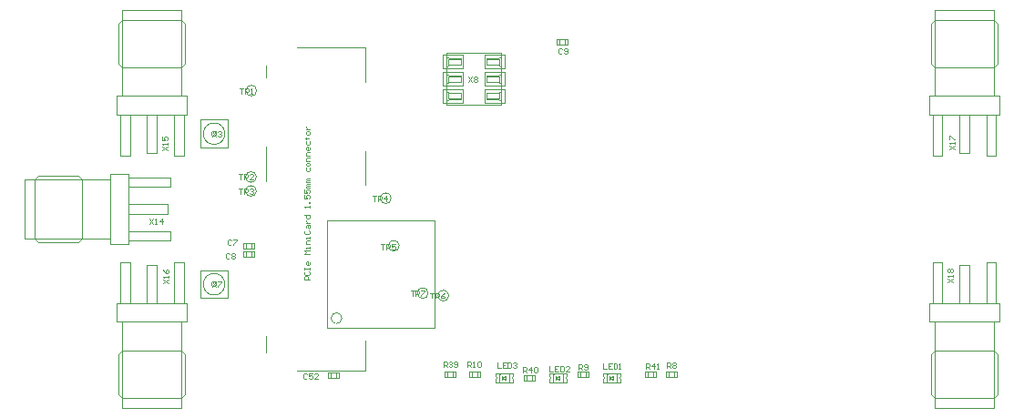
<source format=gm1>
G04*
G04 #@! TF.GenerationSoftware,Altium Limited,Altium Designer,18.1.6 (161)*
G04*
G04 Layer_Color=16777215*
%FSLAX24Y24*%
%MOIN*%
G70*
G01*
G75*
%ADD135C,0.0010*%
%ADD136C,0.0008*%
%ADD137C,0.0008*%
%ADD138C,0.0012*%
%ADD139C,0.0039*%
G54D135*
X68435Y28819D02*
G03*
X68435Y28819I-98J0D01*
G01*
X68730D02*
G03*
X68730Y28819I-394J0D01*
G01*
X68435Y23307D02*
G03*
X68435Y23307I-98J0D01*
G01*
X68730D02*
G03*
X68730Y23307I-394J0D01*
G01*
X69696Y24624D02*
Y24824D01*
X69496Y24624D02*
Y24824D01*
X69796Y24624D02*
Y24824D01*
X69396Y24624D02*
X69796D01*
X69396D02*
Y24824D01*
X69796D01*
X69696Y24309D02*
Y24509D01*
X69496Y24309D02*
Y24509D01*
X69796Y24309D02*
Y24509D01*
X69396Y24309D02*
X69796D01*
X69396D02*
Y24509D01*
X69796D01*
X67825Y28307D02*
X68848D01*
X67825D02*
Y29331D01*
X68848D01*
Y28307D02*
Y29331D01*
X67825Y22795D02*
X68848D01*
X67825D02*
Y23819D01*
X68848D01*
Y22795D02*
Y23819D01*
X80963Y32075D02*
Y32275D01*
X81163Y32075D02*
Y32275D01*
X80863Y32075D02*
Y32275D01*
X81263D01*
Y32075D02*
Y32275D01*
X80863Y32075D02*
X81263D01*
X72805Y19862D02*
Y20062D01*
X72605Y19862D02*
Y20062D01*
X72905Y19862D02*
Y20062D01*
X72505Y19862D02*
X72905D01*
X72505D02*
Y20062D01*
X72905D01*
G54D136*
X69882Y27231D02*
G03*
X69882Y27231I-197J0D01*
G01*
X69892Y30394D02*
G03*
X69892Y30394I-197J0D01*
G01*
X74813Y26457D02*
G03*
X74813Y26457I-197J0D01*
G01*
X69882Y26722D02*
G03*
X69882Y26722I-197J0D01*
G01*
X78642Y19833D02*
G03*
X78642Y19931I0J49D01*
G01*
X79272D02*
G03*
X79272Y19833I0J-49D01*
G01*
X78829Y20010D02*
G03*
X78829Y20010I-10J0D01*
G01*
X75108Y24715D02*
G03*
X75108Y24715I-197J0D01*
G01*
X73010Y22065D02*
G03*
X73010Y22065I-197J0D01*
G01*
X82579Y19833D02*
G03*
X82579Y19931I0J49D01*
G01*
X83209D02*
G03*
X83209Y19833I0J-49D01*
G01*
X82766Y20010D02*
G03*
X82766Y20010I-10J0D01*
G01*
X80797D02*
G03*
X80797Y20010I-10J0D01*
G01*
X81240Y19931D02*
G03*
X81240Y19833I0J-49D01*
G01*
X80610D02*
G03*
X80610Y19931I0J49D01*
G01*
X76167Y22982D02*
G03*
X76167Y22982I-197J0D01*
G01*
X76919Y22894D02*
G03*
X76919Y22894I-197J0D01*
G01*
X84411Y19900D02*
Y20100D01*
X84211Y19900D02*
Y20100D01*
X84511Y19900D02*
Y20100D01*
X84111Y19900D02*
X84511D01*
X84111D02*
Y20100D01*
X84511D01*
X79972Y19772D02*
Y19972D01*
X79772Y19772D02*
Y19972D01*
X80072Y19772D02*
Y19972D01*
X79672Y19772D02*
X80072D01*
X79672D02*
Y19972D01*
X80072D01*
X77078Y19910D02*
Y20110D01*
X76878Y19910D02*
Y20110D01*
X77178Y19910D02*
Y20110D01*
X76778Y19910D02*
X77178D01*
X76778D02*
Y20110D01*
X77178D01*
X78642Y19931D02*
Y20039D01*
Y19724D02*
Y19833D01*
X79272Y19931D02*
Y20039D01*
Y19724D02*
Y19833D01*
X78996Y19803D02*
Y19961D01*
X78878Y19882D02*
X78996Y19961D01*
X78878Y19882D02*
X78996Y19803D01*
X78878D02*
Y19961D01*
X77654Y20110D02*
X78054D01*
X77654Y19910D02*
Y20110D01*
Y19910D02*
X78054D01*
Y20110D01*
X77754Y19910D02*
Y20110D01*
X77954Y19910D02*
Y20110D01*
X81650Y19900D02*
X82050D01*
Y20100D01*
X81650D02*
X82050D01*
X81650Y19900D02*
Y20100D01*
X81950Y19900D02*
Y20100D01*
X81750Y19900D02*
Y20100D01*
X84869Y19900D02*
X85269D01*
Y20100D01*
X84869D02*
X85269D01*
X84869Y19900D02*
Y20100D01*
X85169Y19900D02*
Y20100D01*
X84969Y19900D02*
Y20100D01*
X61398Y24980D02*
X63504D01*
X61772D02*
Y27146D01*
X61909Y27283D02*
X63366D01*
X61772Y27146D02*
X61909Y27283D01*
X63366D02*
X63504Y27146D01*
X63366Y24843D02*
X63504Y24980D01*
X61772D02*
X61909Y24843D01*
X63366D01*
X61398Y24980D02*
Y27146D01*
X63504D01*
Y24980D02*
Y27146D01*
X64547D01*
X63504Y24980D02*
X64547D01*
X66634Y25876D02*
Y26250D01*
X65217Y25876D02*
X66634D01*
X65217Y26250D02*
X66634D01*
X66722Y24902D02*
Y25256D01*
X65217Y24902D02*
X66722D01*
X65217Y25256D02*
X66722D01*
X65217Y26870D02*
X66742D01*
X65217Y27224D02*
X66742D01*
X64547Y27343D02*
X65217D01*
X66742Y26870D02*
Y27224D01*
X64547Y24783D02*
Y27343D01*
Y24783D02*
X65217D01*
Y27343D01*
X64783Y29528D02*
X67343D01*
X64783D02*
Y30197D01*
X67343D01*
X66870Y28002D02*
X67224D01*
X67343Y29528D02*
Y30197D01*
X67224Y28002D02*
Y29528D01*
X66870Y28002D02*
Y29528D01*
X65256Y28022D02*
Y29528D01*
X64902Y28022D02*
Y29528D01*
Y28022D02*
X65256D01*
X66250Y28110D02*
Y29528D01*
X65876Y28110D02*
Y29528D01*
Y28110D02*
X66250D01*
X64980Y30197D02*
Y31240D01*
X67146Y30197D02*
Y31240D01*
X64980D02*
X67146D01*
Y33346D01*
X64980D02*
X67146D01*
X64843Y31378D02*
Y32835D01*
X64980Y32972D01*
X64843Y31378D02*
X64980Y31240D01*
X67146D02*
X67283Y31378D01*
X67146Y32972D02*
X67283Y32835D01*
Y31378D02*
Y32835D01*
X64980Y32972D02*
X67146D01*
X64980Y31240D02*
Y33346D01*
X67146Y18780D02*
Y20886D01*
X64980Y19154D02*
X67146D01*
X64843Y19291D02*
Y20748D01*
Y19291D02*
X64980Y19154D01*
X64843Y20748D02*
X64980Y20886D01*
X67146D02*
X67283Y20748D01*
X67146Y19154D02*
X67283Y19291D01*
Y20748D01*
X64980Y18780D02*
X67146D01*
X64980D02*
Y20886D01*
X67146D01*
X64980D02*
Y21929D01*
X67146Y20886D02*
Y21929D01*
X65876Y24016D02*
X66250D01*
Y22598D02*
Y24016D01*
X65876Y22598D02*
Y24016D01*
X66870Y24104D02*
X67224D01*
Y22598D02*
Y24104D01*
X66870Y22598D02*
Y24104D01*
X65256Y22598D02*
Y24124D01*
X64902Y22598D02*
Y24124D01*
X64783Y21929D02*
Y22598D01*
X64902Y24124D02*
X65256D01*
X64783Y21929D02*
X67343D01*
Y22598D01*
X64783D02*
X67343D01*
X94508Y29528D02*
X97067D01*
X94508D02*
Y30197D01*
X97067D01*
X96594Y28002D02*
X96949D01*
X97067Y29528D02*
Y30197D01*
X96949Y28002D02*
Y29528D01*
X96594Y28002D02*
Y29528D01*
X94980Y28022D02*
Y29528D01*
X94626Y28022D02*
Y29528D01*
Y28022D02*
X94980D01*
X95974Y28110D02*
Y29528D01*
X95600Y28110D02*
Y29528D01*
Y28110D02*
X95974D01*
X94705Y30197D02*
Y31240D01*
X96870Y30197D02*
Y31240D01*
X94705D02*
X96870D01*
Y33346D01*
X94705D02*
X96870D01*
X94567Y31378D02*
Y32835D01*
X94705Y32972D01*
X94567Y31378D02*
X94705Y31240D01*
X96870D02*
X97008Y31378D01*
X96870Y32972D02*
X97008Y32835D01*
Y31378D02*
Y32835D01*
X94705Y32972D02*
X96870D01*
X94705Y31240D02*
Y33346D01*
X96870Y18780D02*
Y20886D01*
X94705Y19154D02*
X96870D01*
X94567Y19291D02*
Y20748D01*
Y19291D02*
X94705Y19154D01*
X94567Y20748D02*
X94705Y20886D01*
X96870D02*
X97008Y20748D01*
X96870Y19154D02*
X97008Y19291D01*
Y20748D01*
X94705Y18780D02*
X96870D01*
X94705D02*
Y20886D01*
X96870D01*
X94705D02*
Y21929D01*
X96870Y20886D02*
Y21929D01*
X95600Y24016D02*
X95974D01*
Y22598D02*
Y24016D01*
X95600Y22598D02*
Y24016D01*
X96594Y24104D02*
X96949D01*
Y22598D02*
Y24104D01*
X96594Y22598D02*
Y24104D01*
X94980Y22598D02*
Y24124D01*
X94626Y22598D02*
Y24124D01*
X94508Y21929D02*
Y22598D01*
X94626Y24124D02*
X94980D01*
X94508Y21929D02*
X97067D01*
Y22598D01*
X94508D02*
X97067D01*
X72470Y25659D02*
X76407D01*
X72470Y21722D02*
X76407D01*
Y25659D01*
X72470Y21722D02*
Y25659D01*
X82579Y19931D02*
Y20039D01*
Y19724D02*
Y19833D01*
X83209Y19931D02*
Y20039D01*
Y19724D02*
Y19833D01*
X82933Y19803D02*
Y19961D01*
X82815Y19882D02*
X82933Y19961D01*
X82815Y19882D02*
X82933Y19803D01*
X82815D02*
Y19961D01*
X80846Y19803D02*
Y19961D01*
Y19882D02*
X80965Y19803D01*
X80846Y19882D02*
X80965Y19961D01*
Y19803D02*
Y19961D01*
X81240Y19724D02*
Y19833D01*
Y19931D02*
Y20039D01*
X80610Y19724D02*
Y19833D01*
Y19931D02*
Y20039D01*
G54D137*
X78642Y19724D02*
X79272D01*
X78642Y20039D02*
X79272D01*
X78780Y19724D02*
Y20039D01*
X79134Y19724D02*
Y20039D01*
X82579Y19724D02*
X83209D01*
X82579Y20039D02*
X83209D01*
X82717Y19724D02*
Y20039D01*
X83071Y19724D02*
Y20039D01*
X81102Y19724D02*
Y20039D01*
X80748Y19724D02*
Y20039D01*
X80610D02*
X81240D01*
X80610Y19724D02*
X81240D01*
G54D138*
X76850Y29882D02*
Y31772D01*
X76713Y29941D02*
X77441D01*
Y30453D01*
X76850Y29882D02*
X78819D01*
Y31772D01*
X76850D02*
X78819D01*
X76713Y29941D02*
Y30453D01*
X77441D01*
X76713Y31713D02*
X77441D01*
X76713Y31201D02*
Y31713D01*
X77441Y31201D02*
Y31713D01*
X76713Y31201D02*
X77441D01*
X78228D02*
X78957D01*
Y31713D01*
X78228Y31201D02*
Y31713D01*
X78957D01*
X78228Y29941D02*
X78957D01*
Y30453D01*
X78228Y29941D02*
Y30453D01*
X78957D01*
X78228Y30571D02*
X78957D01*
Y31083D01*
X78228Y30571D02*
Y31083D01*
X78957D01*
X76713D02*
X77441D01*
X76713Y30571D02*
Y31083D01*
X77441Y30571D02*
Y31083D01*
X76713Y30571D02*
X77441D01*
X78287Y30295D02*
X78780D01*
Y30098D02*
Y30295D01*
X78287Y30098D02*
X78780D01*
X78287Y30079D02*
X78740D01*
X78287D02*
Y30315D01*
X78740D01*
X78740Y30079D02*
X78819Y30000D01*
X78740Y30315D02*
X78819Y30394D01*
X76850Y30000D02*
X76929Y30079D01*
X76850Y30394D02*
X76929Y30315D01*
X76929Y30079D02*
X77382D01*
Y30315D01*
X76929D02*
X77382D01*
X76890Y30295D02*
X77382D01*
X76890Y30098D02*
Y30295D01*
Y30098D02*
X77382D01*
X76850Y30630D02*
X76929Y30709D01*
X76850Y31024D02*
X76929Y30945D01*
X76929Y30709D02*
X77382D01*
Y30945D01*
X76929D02*
X77382D01*
X76890Y30925D02*
X77382D01*
X76890Y30728D02*
Y30925D01*
Y30728D02*
X77382D01*
X78740Y30945D02*
X78819Y31024D01*
X78740Y30709D02*
X78819Y30630D01*
X78287Y30945D02*
X78740D01*
X78287Y30709D02*
Y30945D01*
Y30709D02*
X78740D01*
X78287Y30728D02*
X78780D01*
Y30925D01*
X78287D02*
X78780D01*
X78740Y31575D02*
X78819Y31654D01*
X78740Y31339D02*
X78819Y31260D01*
X78287Y31575D02*
X78740D01*
X78287Y31339D02*
Y31575D01*
Y31339D02*
X78740D01*
X78287Y31358D02*
X78780D01*
Y31555D01*
X78287D02*
X78780D01*
X76850Y31260D02*
X76929Y31339D01*
X76850Y31654D02*
X76929Y31575D01*
X76929Y31339D02*
X77382D01*
Y31575D01*
X76929D02*
X77382D01*
X76890Y31555D02*
X77382D01*
X76890Y31358D02*
Y31555D01*
Y31358D02*
X77382D01*
G54D139*
X70236Y30866D02*
Y31299D01*
Y27087D02*
Y28346D01*
Y20827D02*
Y21417D01*
X71378Y20157D02*
X73858D01*
Y21260D01*
Y26929D02*
Y28189D01*
Y30709D02*
Y31969D01*
X71378D02*
X73858D01*
X68980Y24918D02*
X68947Y24951D01*
X68881D01*
X68848Y24918D01*
Y24787D01*
X68881Y24754D01*
X68947D01*
X68980Y24787D01*
X69045Y24951D02*
X69176D01*
Y24918D01*
X69045Y24787D01*
Y24754D01*
X68901Y24406D02*
X68868Y24439D01*
X68802D01*
X68770Y24406D01*
Y24275D01*
X68802Y24242D01*
X68868D01*
X68901Y24275D01*
X68966Y24406D02*
X68999Y24439D01*
X69065D01*
X69098Y24406D01*
Y24373D01*
X69065Y24341D01*
X69098Y24308D01*
Y24275D01*
X69065Y24242D01*
X68999D01*
X68966Y24275D01*
Y24308D01*
X68999Y24341D01*
X68966Y24373D01*
Y24406D01*
X68999Y24341D02*
X69065D01*
X68268Y28907D02*
X68399Y28711D01*
Y28907D02*
X68268Y28711D01*
X68464Y28875D02*
X68497Y28907D01*
X68563D01*
X68596Y28875D01*
Y28842D01*
X68563Y28809D01*
X68530D01*
X68563D01*
X68596Y28776D01*
Y28743D01*
X68563Y28711D01*
X68497D01*
X68464Y28743D01*
X68268Y23405D02*
X68399Y23209D01*
Y23405D02*
X68268Y23209D01*
X68464Y23405D02*
X68596D01*
Y23373D01*
X68464Y23241D01*
Y23209D01*
X69242Y27333D02*
X69373D01*
X69308D01*
Y27136D01*
X69439D02*
Y27333D01*
X69537D01*
X69570Y27300D01*
Y27234D01*
X69537Y27201D01*
X69439D01*
X69767Y27136D02*
X69636D01*
X69767Y27267D01*
Y27300D01*
X69734Y27333D01*
X69668D01*
X69636Y27300D01*
X69282Y30474D02*
X69413D01*
X69347D01*
Y30277D01*
X69478D02*
Y30474D01*
X69577D01*
X69609Y30441D01*
Y30376D01*
X69577Y30343D01*
X69478D01*
X69675Y30277D02*
X69741D01*
X69708D01*
Y30474D01*
X69675Y30441D01*
X84134Y20217D02*
Y20413D01*
X84232D01*
X84265Y20381D01*
Y20315D01*
X84232Y20282D01*
X84134D01*
X84199D02*
X84265Y20217D01*
X84429D02*
Y20413D01*
X84331Y20315D01*
X84462D01*
X84527Y20217D02*
X84593D01*
X84560D01*
Y20413D01*
X84527Y20381D01*
X79636Y20089D02*
Y20285D01*
X79734D01*
X79767Y20253D01*
Y20187D01*
X79734Y20154D01*
X79636D01*
X79701D02*
X79767Y20089D01*
X79931D02*
Y20285D01*
X79833Y20187D01*
X79964D01*
X80029Y20253D02*
X80062Y20285D01*
X80128D01*
X80161Y20253D01*
Y20121D01*
X80128Y20089D01*
X80062D01*
X80029Y20121D01*
Y20253D01*
X76722Y20276D02*
Y20472D01*
X76821D01*
X76854Y20440D01*
Y20374D01*
X76821Y20341D01*
X76722D01*
X76788D02*
X76854Y20276D01*
X76919Y20440D02*
X76952Y20472D01*
X77018D01*
X77050Y20440D01*
Y20407D01*
X77018Y20374D01*
X76985D01*
X77018D01*
X77050Y20341D01*
Y20308D01*
X77018Y20276D01*
X76952D01*
X76919Y20308D01*
X77116D02*
X77149Y20276D01*
X77214D01*
X77247Y20308D01*
Y20440D01*
X77214Y20472D01*
X77149D01*
X77116Y20440D01*
Y20407D01*
X77149Y20374D01*
X77247D01*
X74134Y26545D02*
X74265D01*
X74199D01*
Y26348D01*
X74331D02*
Y26545D01*
X74429D01*
X74462Y26512D01*
Y26447D01*
X74429Y26414D01*
X74331D01*
X74626Y26348D02*
Y26545D01*
X74527Y26447D01*
X74659D01*
X69242Y26821D02*
X69373D01*
X69308D01*
Y26624D01*
X69439D02*
Y26821D01*
X69537D01*
X69570Y26788D01*
Y26722D01*
X69537Y26690D01*
X69439D01*
X69636Y26788D02*
X69668Y26821D01*
X69734D01*
X69767Y26788D01*
Y26755D01*
X69734Y26722D01*
X69701D01*
X69734D01*
X69767Y26690D01*
Y26657D01*
X69734Y26624D01*
X69668D01*
X69636Y26657D01*
X78691Y20433D02*
Y20236D01*
X78822D01*
X79019Y20433D02*
X78888D01*
Y20236D01*
X79019D01*
X78888Y20335D02*
X78953D01*
X79085Y20433D02*
Y20236D01*
X79183D01*
X79216Y20269D01*
Y20400D01*
X79183Y20433D01*
X79085D01*
X79281Y20400D02*
X79314Y20433D01*
X79380D01*
X79412Y20400D01*
Y20367D01*
X79380Y20335D01*
X79347D01*
X79380D01*
X79412Y20302D01*
Y20269D01*
X79380Y20236D01*
X79314D01*
X79281Y20269D01*
X77598Y20266D02*
Y20463D01*
X77697D01*
X77730Y20430D01*
Y20364D01*
X77697Y20331D01*
X77598D01*
X77664D02*
X77730Y20266D01*
X77795D02*
X77861D01*
X77828D01*
Y20463D01*
X77795Y20430D01*
X77959D02*
X77992Y20463D01*
X78058D01*
X78090Y20430D01*
Y20299D01*
X78058Y20266D01*
X77992D01*
X77959Y20299D01*
Y20430D01*
X81683Y20187D02*
Y20384D01*
X81781D01*
X81814Y20351D01*
Y20285D01*
X81781Y20253D01*
X81683D01*
X81749D02*
X81814Y20187D01*
X81880Y20220D02*
X81913Y20187D01*
X81978D01*
X82011Y20220D01*
Y20351D01*
X81978Y20384D01*
X81913D01*
X81880Y20351D01*
Y20318D01*
X81913Y20285D01*
X82011D01*
X84892Y20236D02*
Y20433D01*
X84990D01*
X85023Y20400D01*
Y20335D01*
X84990Y20302D01*
X84892D01*
X84957D02*
X85023Y20236D01*
X85089Y20400D02*
X85121Y20433D01*
X85187D01*
X85220Y20400D01*
Y20367D01*
X85187Y20335D01*
X85220Y20302D01*
Y20269D01*
X85187Y20236D01*
X85121D01*
X85089Y20269D01*
Y20302D01*
X85121Y20335D01*
X85089Y20367D01*
Y20400D01*
X85121Y20335D02*
X85187D01*
X81066Y31896D02*
X81033Y31929D01*
X80968D01*
X80935Y31896D01*
Y31765D01*
X80968Y31732D01*
X81033D01*
X81066Y31765D01*
X81132D02*
X81165Y31732D01*
X81230D01*
X81263Y31765D01*
Y31896D01*
X81230Y31929D01*
X81165D01*
X81132Y31896D01*
Y31863D01*
X81165Y31831D01*
X81263D01*
X74449Y24785D02*
X74580D01*
X74514D01*
Y24588D01*
X74646D02*
Y24785D01*
X74744D01*
X74777Y24752D01*
Y24687D01*
X74744Y24654D01*
X74646D01*
X74974Y24785D02*
X74842D01*
Y24687D01*
X74908Y24719D01*
X74941D01*
X74974Y24687D01*
Y24621D01*
X74941Y24588D01*
X74875D01*
X74842Y24621D01*
X77628Y30915D02*
X77759Y30719D01*
Y30915D02*
X77628Y30719D01*
X77825Y30882D02*
X77858Y30915D01*
X77923D01*
X77956Y30882D01*
Y30850D01*
X77923Y30817D01*
X77956Y30784D01*
Y30751D01*
X77923Y30719D01*
X77858D01*
X77825Y30751D01*
Y30784D01*
X77858Y30817D01*
X77825Y30850D01*
Y30882D01*
X77858Y30817D02*
X77923D01*
X65965Y25709D02*
X66096Y25512D01*
Y25709D02*
X65965Y25512D01*
X66161D02*
X66227D01*
X66194D01*
Y25709D01*
X66161Y25676D01*
X66424Y25512D02*
Y25709D01*
X66325Y25610D01*
X66457D01*
X66447Y28228D02*
X66644Y28359D01*
X66447D02*
X66644Y28228D01*
Y28425D02*
Y28491D01*
Y28458D01*
X66447D01*
X66480Y28425D01*
X66447Y28720D02*
Y28589D01*
X66545D01*
X66513Y28655D01*
Y28687D01*
X66545Y28720D01*
X66611D01*
X66644Y28687D01*
Y28622D01*
X66611Y28589D01*
X66467Y23346D02*
X66663Y23478D01*
X66467D02*
X66663Y23346D01*
Y23543D02*
Y23609D01*
Y23576D01*
X66467D01*
X66499Y23543D01*
X66467Y23838D02*
X66499Y23773D01*
X66565Y23707D01*
X66631D01*
X66663Y23740D01*
Y23806D01*
X66631Y23838D01*
X66598D01*
X66565Y23806D01*
Y23707D01*
X95226Y28258D02*
X95423Y28389D01*
X95226D02*
X95423Y28258D01*
Y28455D02*
Y28520D01*
Y28487D01*
X95226D01*
X95259Y28455D01*
X95226Y28619D02*
Y28750D01*
X95259D01*
X95390Y28619D01*
X95423D01*
X95177Y23376D02*
X95374Y23507D01*
X95177D02*
X95374Y23376D01*
Y23573D02*
Y23638D01*
Y23606D01*
X95177D01*
X95210Y23573D01*
Y23737D02*
X95177Y23770D01*
Y23835D01*
X95210Y23868D01*
X95243D01*
X95276Y23835D01*
X95308Y23868D01*
X95341D01*
X95374Y23835D01*
Y23770D01*
X95341Y23737D01*
X95308D01*
X95276Y23770D01*
X95243Y23737D01*
X95210D01*
X95276Y23770D02*
Y23835D01*
X82559Y20413D02*
Y20217D01*
X82690D01*
X82887Y20413D02*
X82756D01*
Y20217D01*
X82887D01*
X82756Y20315D02*
X82821D01*
X82953Y20413D02*
Y20217D01*
X83051D01*
X83084Y20249D01*
Y20381D01*
X83051Y20413D01*
X82953D01*
X83149Y20217D02*
X83215D01*
X83182D01*
Y20413D01*
X83149Y20381D01*
X80610Y20315D02*
Y20118D01*
X80741D01*
X80938Y20315D02*
X80807D01*
Y20118D01*
X80938D01*
X80807Y20217D02*
X80873D01*
X81004Y20315D02*
Y20118D01*
X81102D01*
X81135Y20151D01*
Y20282D01*
X81102Y20315D01*
X81004D01*
X81332Y20118D02*
X81201D01*
X81332Y20249D01*
Y20282D01*
X81299Y20315D01*
X81233D01*
X81201Y20282D01*
X71745Y19997D02*
X71713Y20029D01*
X71647D01*
X71614Y19997D01*
Y19865D01*
X71647Y19833D01*
X71713D01*
X71745Y19865D01*
X71942Y20029D02*
X71811D01*
Y19931D01*
X71877Y19964D01*
X71909D01*
X71942Y19931D01*
Y19865D01*
X71909Y19833D01*
X71844D01*
X71811Y19865D01*
X72139Y19833D02*
X72008D01*
X72139Y19964D01*
Y19997D01*
X72106Y20029D01*
X72041D01*
X72008Y19997D01*
X75522Y23062D02*
X75653D01*
X75587D01*
Y22865D01*
X75718D02*
Y23062D01*
X75817D01*
X75850Y23029D01*
Y22963D01*
X75817Y22931D01*
X75718D01*
X75915Y23062D02*
X76046D01*
Y23029D01*
X75915Y22898D01*
Y22865D01*
X76243Y22992D02*
X76374D01*
X76309D01*
Y22796D01*
X76440D02*
Y22992D01*
X76538D01*
X76571Y22960D01*
Y22894D01*
X76538Y22861D01*
X76440D01*
X76768Y22992D02*
X76702Y22960D01*
X76637Y22894D01*
Y22828D01*
X76669Y22796D01*
X76735D01*
X76768Y22828D01*
Y22861D01*
X76735Y22894D01*
X76637D01*
X71841Y23465D02*
X71644D01*
Y23563D01*
X71677Y23596D01*
X71742D01*
X71775Y23563D01*
Y23465D01*
X71677Y23793D02*
X71644Y23760D01*
Y23694D01*
X71677Y23661D01*
X71808D01*
X71841Y23694D01*
Y23760D01*
X71808Y23793D01*
X71644Y23858D02*
Y23924D01*
Y23891D01*
X71841D01*
Y23858D01*
Y23924D01*
Y24121D02*
Y24055D01*
X71808Y24022D01*
X71742D01*
X71709Y24055D01*
Y24121D01*
X71742Y24153D01*
X71775D01*
Y24022D01*
X71841Y24416D02*
X71644D01*
X71709Y24481D01*
X71644Y24547D01*
X71841D01*
Y24612D02*
Y24678D01*
Y24645D01*
X71709D01*
Y24612D01*
X71841Y24776D02*
X71709D01*
Y24875D01*
X71742Y24908D01*
X71841D01*
Y24973D02*
Y25039D01*
Y25006D01*
X71709D01*
Y24973D01*
X71677Y25268D02*
X71644Y25236D01*
Y25170D01*
X71677Y25137D01*
X71808D01*
X71841Y25170D01*
Y25236D01*
X71808Y25268D01*
X71709Y25367D02*
Y25432D01*
X71742Y25465D01*
X71841D01*
Y25367D01*
X71808Y25334D01*
X71775Y25367D01*
Y25465D01*
X71709Y25531D02*
X71841D01*
X71775D01*
X71742Y25564D01*
X71709Y25596D01*
Y25629D01*
X71644Y25859D02*
X71841D01*
Y25760D01*
X71808Y25728D01*
X71742D01*
X71709Y25760D01*
Y25859D01*
X71841Y26121D02*
Y26187D01*
Y26154D01*
X71644D01*
X71677Y26121D01*
X71841Y26285D02*
X71808D01*
Y26318D01*
X71841D01*
Y26285D01*
X71644Y26580D02*
Y26449D01*
X71742D01*
X71709Y26515D01*
Y26548D01*
X71742Y26580D01*
X71808D01*
X71841Y26548D01*
Y26482D01*
X71808Y26449D01*
X71644Y26777D02*
Y26646D01*
X71742D01*
X71709Y26712D01*
Y26744D01*
X71742Y26777D01*
X71808D01*
X71841Y26744D01*
Y26679D01*
X71808Y26646D01*
X71841Y26843D02*
X71709D01*
Y26876D01*
X71742Y26908D01*
X71841D01*
X71742D01*
X71709Y26941D01*
X71742Y26974D01*
X71841D01*
Y27040D02*
X71709D01*
Y27072D01*
X71742Y27105D01*
X71841D01*
X71742D01*
X71709Y27138D01*
X71742Y27171D01*
X71841D01*
X71709Y27564D02*
Y27466D01*
X71742Y27433D01*
X71808D01*
X71841Y27466D01*
Y27564D01*
Y27663D02*
Y27728D01*
X71808Y27761D01*
X71742D01*
X71709Y27728D01*
Y27663D01*
X71742Y27630D01*
X71808D01*
X71841Y27663D01*
Y27827D02*
X71709D01*
Y27925D01*
X71742Y27958D01*
X71841D01*
Y28023D02*
X71709D01*
Y28122D01*
X71742Y28155D01*
X71841D01*
Y28319D02*
Y28253D01*
X71808Y28220D01*
X71742D01*
X71709Y28253D01*
Y28319D01*
X71742Y28351D01*
X71775D01*
Y28220D01*
X71709Y28548D02*
Y28450D01*
X71742Y28417D01*
X71808D01*
X71841Y28450D01*
Y28548D01*
X71677Y28647D02*
X71709D01*
Y28614D01*
Y28679D01*
Y28647D01*
X71808D01*
X71841Y28679D01*
Y28811D02*
Y28876D01*
X71808Y28909D01*
X71742D01*
X71709Y28876D01*
Y28811D01*
X71742Y28778D01*
X71808D01*
X71841Y28811D01*
X71709Y28975D02*
X71841D01*
X71775D01*
X71742Y29007D01*
X71709Y29040D01*
Y29073D01*
M02*

</source>
